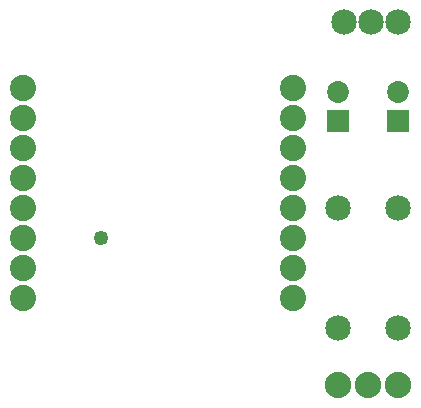
<source format=gbs>
G04 MADE WITH FRITZING*
G04 WWW.FRITZING.ORG*
G04 DOUBLE SIDED*
G04 HOLES PLATED*
G04 CONTOUR ON CENTER OF CONTOUR VECTOR*
%ASAXBY*%
%FSLAX23Y23*%
%MOIN*%
%OFA0B0*%
%SFA1.0B1.0*%
%ADD10C,0.049370*%
%ADD11C,0.087778*%
%ADD12C,0.072992*%
%ADD13C,0.085000*%
%ADD14C,0.088000*%
%ADD15R,0.072992X0.072992*%
%ADD16R,0.001000X0.001000*%
%LNMASK0*%
G90*
G70*
G54D10*
X328Y577D03*
G54D11*
X68Y1077D03*
X68Y977D03*
X68Y877D03*
X68Y777D03*
X68Y677D03*
X68Y577D03*
X68Y477D03*
X68Y377D03*
X968Y377D03*
X968Y477D03*
X968Y577D03*
X968Y677D03*
X968Y777D03*
X968Y877D03*
X968Y977D03*
X968Y1077D03*
G54D12*
X1318Y967D03*
X1318Y1065D03*
X1118Y967D03*
X1118Y1065D03*
G54D13*
X1318Y677D03*
X1318Y277D03*
X1118Y677D03*
X1118Y277D03*
G54D14*
X1318Y87D03*
X1218Y87D03*
X1118Y87D03*
G54D13*
X1138Y1297D03*
X1228Y1297D03*
X1318Y1297D03*
G54D15*
X1318Y967D03*
X1118Y967D03*
G54D16*
D02*
G04 End of Mask0*
M02*
</source>
